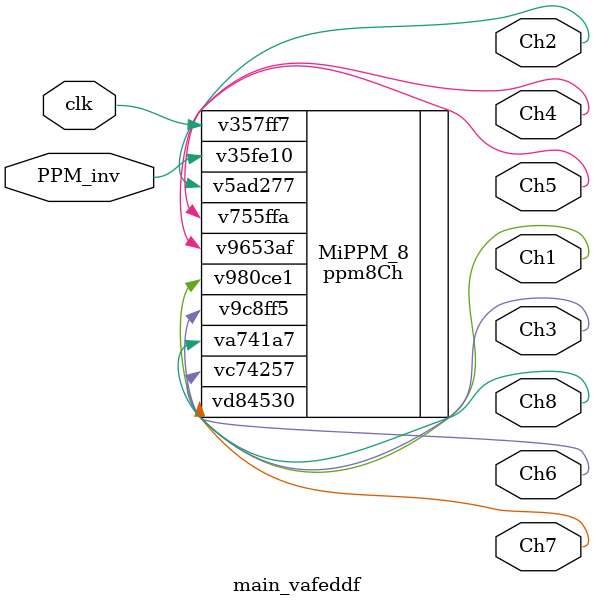
<source format=v>

`default_nettype none

module main (
 input vclk,
 output [0:7] vinit
);
 wire w0;
 assign w0 = vclk;
 main_vafeddf vafeddf (
  .clk(w0)
 );
 assign vinit = 8'b00000000;
endmodule

/*-------------------------------------------------*/
/*--   */
/*-- - - - - - - - - - - - - - - - - - - - - - - --*/
/*-- 
/*-------------------------------------------------*/

module main_vafeddf (
 input PPM_inv,
 input clk,
 output Ch1,
 output Ch2,
 output Ch3,
 output Ch4,
 output Ch5,
 output Ch6,
 output Ch7,
 output Ch8
);
 
 //@include Module_Decoder_8bits_ASIC_.v
 
 ppm8Ch MiPPM_8(.v35fe10(PPM_inv), .v357ff7(clk),
                .v980ce1(Ch1), .v5ad277(Ch2), .v9c8ff5(Ch3),
                .v755ffa(Ch4), .v9653af(Ch5), .vc74257(Ch6),
                .vd84530(Ch7), .va741a7(Ch8));
                
endmodule

</source>
